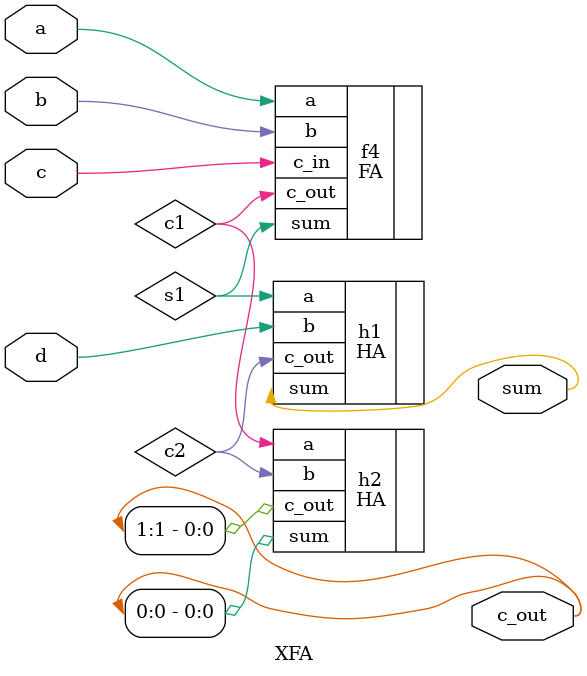
<source format=v>
module XFA (a,b,c,d,c_out,sum);

	input a,b,c,d;
	output sum;
	output [1:0] c_out;
	/*
	XFA x1(.a(),.b(),.c(),.d(),.c_out(),.sum());	//remember c_out is 2 bits
	*/
	wire s1,c1,c2;
	
	FA f4 ( .a(a),.b(b),.c_in(c),.sum(s1),.c_out(c1));
	
	HA h1 ( .a(s1),.b(d),.c_out(c2),.sum(sum));
	
	HA h2 ( .a(c1),.b(c2),.c_out(c_out[1]),.sum(c_out[0]));

endmodule

</source>
